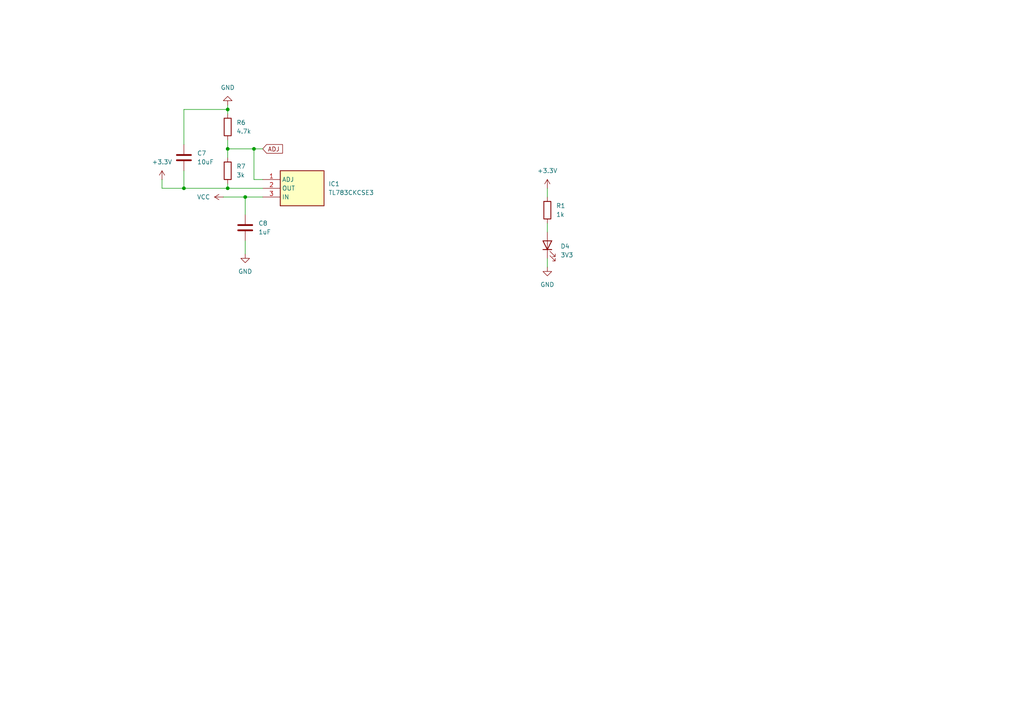
<source format=kicad_sch>
(kicad_sch (version 20231120) (generator "eeschema") (generator_version "8.0")
  (paper "A4")
  (lib_symbols
    (symbol "Device:C" (pin_numbers hide) (pin_names (offset 0.254))
      (property "Reference" "C" (at 0.635 2.54 0))
      (property "Value" "C" (at 0.635 -2.54 0))
      (symbol "C_0_1"
        (polyline (pts (xy -2.032 -0.762) (xy 2.032 -0.762)) (stroke (width 0.508)))
        (polyline (pts (xy -2.032 0.762) (xy 2.032 0.762)) (stroke (width 0.508)))
      )
      (symbol "C_1_1"
        (pin passive line (at 0 3.81 270) (length 2.794) (name "~") (number "1"))
        (pin passive line (at 0 -3.81 90) (length 2.794) (name "~") (number "2"))
      )
    )
    (symbol "Device:LED" (pin_numbers hide) (pin_names (offset 1.016) hide)
      (property "Reference" "D" (at 0 2.54 0))
      (property "Value" "LED" (at 0 -2.54 0))
      (symbol "LED_0_1"
        (polyline (pts (xy -1.27 -1.27) (xy -1.27 1.27)) (stroke (width 0.254)))
        (polyline (pts (xy -1.27 0) (xy 1.27 0)))
        (polyline (pts (xy 1.27 -1.27) (xy 1.27 1.27) (xy -1.27 0) (xy 1.27 -1.27)) (stroke (width 0.254)))
        (polyline (pts (xy -3.048 -0.762) (xy -4.572 -2.286) (xy -3.81 -2.286) (xy -4.572 -2.286) (xy -4.572 -1.524)))
        (polyline (pts (xy -1.778 -0.762) (xy -3.302 -2.286) (xy -2.54 -2.286) (xy -3.302 -2.286) (xy -3.302 -1.524)))
      )
      (symbol "LED_1_1"
        (pin passive line (at -3.81 0 0) (length 2.54) (name "K") (number "1"))
        (pin passive line (at 3.81 0 180) (length 2.54) (name "A") (number "2"))
      )
    )
    (symbol "Device:R" (pin_numbers hide) (pin_names (offset 0))
      (property "Reference" "R" (at 2.032 0 90))
      (property "Value" "R" (at 0 0 90))
      (symbol "R_0_1"
        (rectangle (start -1.016 -2.54) (end 1.016 2.54) (stroke (width 0.254)))
      )
      (symbol "R_1_1"
        (pin passive line (at 0 3.81 270) (length 1.27) (name "~") (number "1"))
        (pin passive line (at 0 -3.81 90) (length 1.27) (name "~") (number "2"))
      )
    )
    (symbol "TL783CKCSE3:TL783CKCSE3"
      (property "Reference" "IC" (at 19.05 7.62 0))
      (property "Value" "TL783CKCSE3" (at 19.05 5.08 0))
      (symbol "TL783CKCSE3_1_1"
        (rectangle (start 5.08 2.54) (end 17.78 -7.62) (stroke (width 0.254)) (fill (type background)))
        (pin passive line (at 0 0 0) (length 5.08) (name "ADJ") (number "1"))
        (pin passive line (at 0 -2.54 0) (length 5.08) (name "OUT") (number "2"))
        (pin passive line (at 0 -5.08 0) (length 5.08) (name "IN") (number "3"))
      )
    )
    (symbol "power:+3.3V" (power) (pin_numbers hide) (pin_names (offset 0) hide)
      (property "Value" "+3.3V" (at 0 3.556 0))
      (symbol "+3.3V_0_1"
        (polyline (pts (xy -0.762 1.27) (xy 0 2.54)))
        (polyline (pts (xy 0 0) (xy 0 2.54)))
        (polyline (pts (xy 0 2.54) (xy 0.762 1.27)))
      )
      (symbol "+3.3V_1_1"
        (pin power_in line (at 0 0 90) (length 0) (name "~") (number "1"))
      )
    )
    (symbol "power:GND" (power) (pin_numbers hide) (pin_names (offset 0) hide)
      (property "Value" "GND" (at 0 -3.81 0))
      (symbol "GND_0_1"
        (polyline (pts (xy 0 0) (xy 0 -1.27) (xy 1.27 -1.27) (xy 0 -2.54) (xy -1.27 -1.27) (xy 0 -1.27)))
      )
      (symbol "GND_1_1"
        (pin power_in line (at 0 0 270) (length 0) (name "~") (number "1"))
      )
    )
    (symbol "power:VCC" (power) (pin_numbers hide) (pin_names (offset 0) hide)
      (property "Value" "VCC" (at 0 3.556 0))
      (symbol "VCC_0_1"
        (polyline (pts (xy -0.762 1.27) (xy 0 2.54)))
        (polyline (pts (xy 0 0) (xy 0 2.54)))
        (polyline (pts (xy 0 2.54) (xy 0.762 1.27)))
      )
      (symbol "VCC_1_1"
        (pin power_in line (at 0 0 90) (length 0) (name "~") (number "1"))
      )
    )
  )
  (junction (at 66.04 31.75))
  (junction (at 71.12 57.15))
  (junction (at 66.04 54.61))
  (junction (at 73.66 43.18))
  (junction (at 66.04 43.18))
  (junction (at 53.34 54.61))
  (wire (pts (xy 66.04 30.48) (xy 66.04 31.75)))
  (wire (pts (xy 158.75 54.61) (xy 158.75 57.15)))
  (wire (pts (xy 73.66 43.18) (xy 76.2 43.18)))
  (wire (pts (xy 46.99 54.61) (xy 46.99 52.07)))
  (wire (pts (xy 53.34 54.61) (xy 66.04 54.61)))
  (wire (pts (xy 158.75 74.93) (xy 158.75 77.47)))
  (wire (pts (xy 53.34 31.75) (xy 66.04 31.75)))
  (wire (pts (xy 71.12 69.85) (xy 71.12 73.66)))
  (wire (pts (xy 158.75 64.77) (xy 158.75 67.31)))
  (wire (pts (xy 71.12 57.15) (xy 71.12 62.23)))
  (wire (pts (xy 73.66 52.07) (xy 73.66 43.18)))
  (wire (pts (xy 66.04 31.75) (xy 66.04 33.02)))
  (wire (pts (xy 64.77 57.15) (xy 71.12 57.15)))
  (wire (pts (xy 66.04 40.64) (xy 66.04 43.18)))
  (wire (pts (xy 53.34 41.91) (xy 53.34 31.75)))
  (wire (pts (xy 76.2 57.15) (xy 71.12 57.15)))
  (wire (pts (xy 46.99 54.61) (xy 53.34 54.61)))
  (wire (pts (xy 66.04 43.18) (xy 73.66 43.18)))
  (wire (pts (xy 66.04 43.18) (xy 66.04 45.72)))
  (wire (pts (xy 66.04 54.61) (xy 76.2 54.61)))
  (wire (pts (xy 53.34 49.53) (xy 53.34 54.61)))
  (wire (pts (xy 73.66 52.07) (xy 76.2 52.07)))
  (wire (pts (xy 66.04 54.61) (xy 66.04 53.34)))
  (global_label "ADJ" (shape input) (at 76.2 43.18 0) (property "Intersheetrefs" "${INTERSHEET_REFS}" (effects (hide yes))))
  (symbol (lib_id "power:VCC") (at 64.77 57.15 90) (unit 1)
    (property "Reference" "#PWR035" (effects (hide yes)))
    (property "Value" "VCC" (at 60.96 57.1499 90) (effects (justify left)))
    (property "Description" "Power symbol creates a global label with name \"VCC\"" (effects (hide yes)))
  )
  (symbol (lib_id "TL783CKCSE3:TL783CKCSE3") (at 76.2 52.07 0) (unit 1)
    (property "Reference" "IC1" (at 95.25 53.3399 0) (effects (justify left)))
    (property "Value" "TL783CKCSE3" (at 95.25 55.8799 0) (effects (justify left)))
    (property "Footprint" "TL783CKCSE3:TO254P470X1016X1965-3P" (effects (hide yes)))
    (property "Description" "Linear Voltage Regulators 3 Terminal 700mA Hi VltgAdj+VltgRegulatr" (effects (hide yes)))
    (property "Height" "4.7" (effects (hide yes)))
    (property "Mouser Part Number" "595-TL783CKCSE3" (effects (hide yes)))
    (property "Mouser Price/Stock" "https://www.mouser.co.uk/ProductDetail/Texas-Instruments/TL783CKCSE3?qs=7kv20MEVUlgqq%252Bl8ftXLuw%3D%3D" (effects (hide yes)))
    (property "Manufacturer_Name" "Texas Instruments" (effects (hide yes)))
    (property "Manufacturer_Part_Number" "TL783CKCSE3" (effects (hide yes)))
  )
  (symbol (lib_id "Device:R") (at 66.04 36.83 180) (unit 1)
    (property "Reference" "R6" (at 68.58 35.5599 0) (effects (justify right)))
    (property "Value" "4.7k" (at 68.58 38.0999 0) (effects (justify right)))
    (property "Footprint" "Resistor_SMD:R_0805_2012Metric" (effects (hide yes)))
    (property "Description" "Resistor" (effects (hide yes)))
  )
  (symbol (lib_id "Device:R") (at 66.04 49.53 0) (unit 1)
    (property "Reference" "R7" (at 68.58 48.2599 0) (effects (justify left)))
    (property "Value" "3k" (at 68.58 50.7999 0) (effects (justify left)))
    (property "Footprint" "Resistor_SMD:R_0805_2012Metric" (effects (hide yes)))
    (property "Description" "Resistor" (effects (hide yes)))
  )
  (symbol (lib_id "power:GND") (at 71.12 73.66 0) (unit 1)
    (property "Reference" "#PWR038" (effects (hide yes)))
    (property "Value" "GND" (at 71.12 78.74 0))
    (property "Description" "Power symbol creates a global label with name \"GND\" , ground" (effects (hide yes)))
  )
  (symbol (lib_id "power:+3.3V") (at 46.99 52.07 0) (unit 1)
    (property "Reference" "#PWR034" (effects (hide yes)))
    (property "Value" "+3.3V" (at 46.99 46.99 0))
    (property "Description" "Power symbol creates a global label with name \"+3.3V\"" (effects (hide yes)))
  )
  (symbol (lib_id "Device:R") (at 158.75 60.96 180) (unit 1)
    (property "Reference" "R1" (at 161.29 59.6899 0) (effects (justify right)))
    (property "Value" "1k" (at 161.29 62.2299 0) (effects (justify right)))
    (property "Footprint" "Resistor_SMD:R_0603_1608Metric_Pad0.98x0.95mm_HandSolder" (effects (hide yes)))
    (property "Description" "Resistor" (effects (hide yes)))
  )
  (symbol (lib_id "power:GND") (at 66.04 30.48 180) (unit 1)
    (property "Reference" "#PWR036" (effects (hide yes)))
    (property "Value" "GND" (at 66.04 25.4 0))
    (property "Description" "Power symbol creates a global label with name \"GND\" , ground" (effects (hide yes)))
  )
  (symbol (lib_id "Device:C") (at 71.12 66.04 0) (unit 1)
    (property "Reference" "C8" (at 74.93 64.7699 0) (effects (justify left)))
    (property "Value" "1uF" (at 74.93 67.3099 0) (effects (justify left)))
    (property "Footprint" "Capacitor_SMD:C_0805_2012Metric" (effects (hide yes)))
    (property "Description" "Unpolarized capacitor" (effects (hide yes)))
    (property "LCSC" "C15849" (effects (hide yes)))
  )
  (symbol (lib_id "power:GND") (at 158.75 77.47 0) (unit 1)
    (property "Reference" "#PWR013" (effects (hide yes)))
    (property "Value" "GND" (at 158.75 82.55 0))
    (property "Description" "Power symbol creates a global label with name \"GND\" , ground" (effects (hide yes)))
  )
  (symbol (lib_id "power:+3.3V") (at 158.75 54.61 0) (unit 1)
    (property "Reference" "#PWR012" (effects (hide yes)))
    (property "Value" "+3.3V" (at 158.75 49.53 0))
    (property "Description" "Power symbol creates a global label with name \"+3.3V\"" (effects (hide yes)))
  )
  (symbol (lib_id "Device:LED") (at 158.75 71.12 90) (unit 1)
    (property "Reference" "D4" (at 162.56 71.4374 90) (effects (justify right)))
    (property "Value" "3V3" (at 162.56 73.9774 90) (effects (justify right)))
    (property "Footprint" "LED_SMD:LED_0603_1608Metric_Pad1.05x0.95mm_HandSolder" (effects (hide yes)))
  )
  (symbol (lib_id "Device:C") (at 53.34 45.72 0) (unit 1)
    (property "Reference" "C7" (at 57.15 44.4499 0) (effects (justify left)))
    (property "Value" "10uF" (at 57.15 46.9899 0) (effects (justify left)))
    (property "Footprint" "Capacitor_SMD:C_0805_2012Metric" (effects (hide yes)))
    (property "Description" "Unpolarized capacitor" (effects (hide yes)))
    (property "LCSC" "C15849" (effects (hide yes)))
  )
)
</source>
